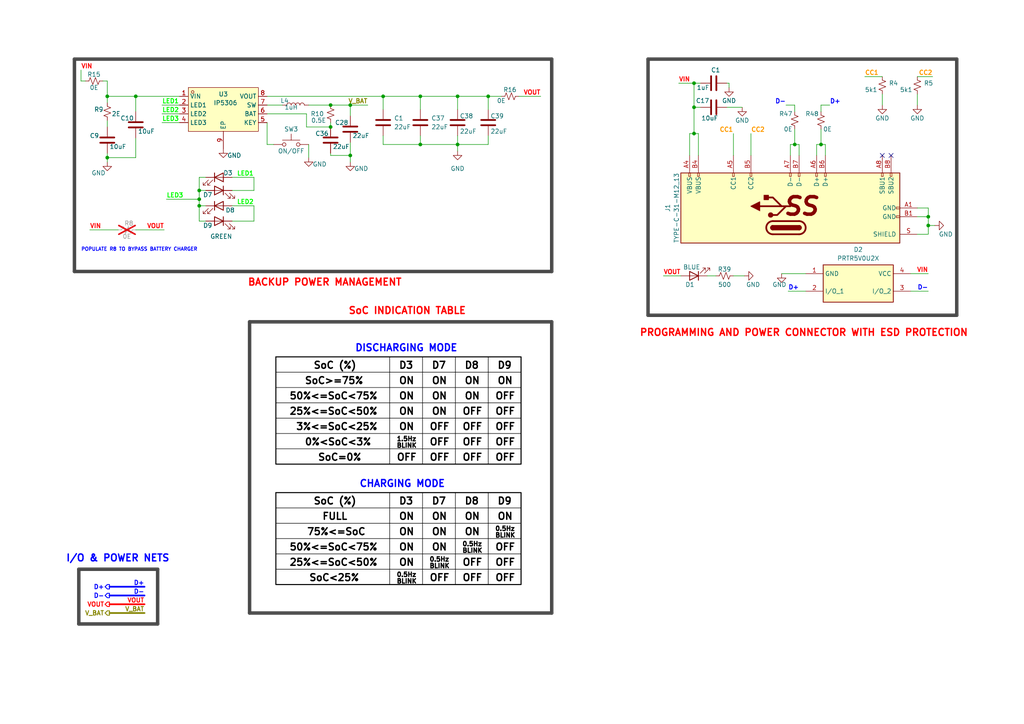
<source format=kicad_sch>
(kicad_sch (version 20230121) (generator eeschema)
  (paper "A4")
  (lib_symbols
    (symbol "ESP32-S3_DB:C" (pin_numbers hide) (pin_names (offset 0.254))
      (property "Reference" "C" (at 0.635 2.54 0))
      (property "Value" "C" (at 0.635 -2.54 0))
      (symbol "C_0_1"
        (polyline (pts (xy -2.032 -0.762) (xy 2.032 -0.762)) (stroke (width 0.508)))
        (polyline (pts (xy -2.032 0.762) (xy 2.032 0.762)) (stroke (width 0.508)))
      )
      (symbol "C_1_1"
        (pin passive line (at 0 3.81 270) (length 2.794) (name "~") (number "1"))
        (pin passive line (at 0 -3.81 90) (length 2.794) (name "~") (number "2"))
      )
    )
    (symbol "ESP32-S3_DB:GND" (power) (pin_names (offset 0))
      (property "Value" "GND" (at 0 -3.81 0))
      (symbol "GND_0_1"
        (polyline (pts (xy 0 0) (xy 0 -1.27) (xy 1.27 -1.27) (xy 0 -2.54) (xy -1.27 -1.27) (xy 0 -1.27)))
      )
      (symbol "GND_1_1"
        (pin power_in line (at 0 0 270) (length 0) hide (name "GND") (number "1"))
      )
    )
    (symbol "ESP32-S3_DB:IP5306"
      (property "Reference" "U" (at 0 12.7 0))
      (property "Value" "IP5306" (at 0 -12.7 0))
      (symbol "IP5306_0_1"
        (rectangle (start -10.16 2.54) (end 10.16 -10.16) (fill (type background)))
        (circle (center -8.89 1.27) (radius 0.38))
        (pin unspecified line (at -12.7 0 0) (length 2.54) (name "VIN") (number "1"))
        (pin unspecified line (at -12.7 -2.54 0) (length 2.54) (name "LED1") (number "2"))
        (pin unspecified line (at -12.7 -5.08 0) (length 2.54) (name "LED2") (number "3"))
        (pin unspecified line (at -12.7 -7.62 0) (length 2.54) (name "LED3") (number "4"))
        (pin unspecified line (at 12.7 -7.62 180) (length 2.54) (name "KEY") (number "5"))
        (pin unspecified line (at 12.7 -5.08 180) (length 2.54) (name "BAT") (number "6"))
        (pin unspecified line (at 12.7 -2.54 180) (length 2.54) (name "SW") (number "7"))
        (pin unspecified line (at 12.7 0 180) (length 2.54) (name "VOUT") (number "8"))
        (pin unspecified line (at 0 -15.24 90) (length 5.08) (name "EP") (number "9"))
      )
    )
    (symbol "ESP32-S3_DB:L" (pin_numbers hide) (pin_names (offset 1.016) hide)
      (property "Reference" "L" (at -1.27 0 90))
      (property "Value" "L" (at 1.905 0 90))
      (symbol "L_0_1"
        (arc (start 0 -2.54) (mid 0.6323 -1.905) (end 0 -1.27))
        (arc (start 0 -1.27) (mid 0.6323 -0.635) (end 0 0))
        (arc (start 0 0) (mid 0.6323 0.635) (end 0 1.27))
        (arc (start 0 1.27) (mid 0.6323 1.905) (end 0 2.54))
      )
      (symbol "L_1_1"
        (pin passive line (at 0 3.81 270) (length 1.27) (name "1") (number "1"))
        (pin passive line (at 0 -3.81 90) (length 1.27) (name "2") (number "2"))
      )
    )
    (symbol "ESP32-S3_DB:LED" (pin_numbers hide) (pin_names (offset 1.016) hide)
      (property "Reference" "D" (at 0 2.54 0))
      (property "Value" "LED" (at 0 -2.54 0))
      (symbol "LED_0_1"
        (polyline (pts (xy -1.27 -1.27) (xy -1.27 1.27)) (stroke (width 0.254)))
        (polyline (pts (xy -1.27 0) (xy 1.27 0)))
        (polyline (pts (xy 1.27 -1.27) (xy 1.27 1.27) (xy -1.27 0) (xy 1.27 -1.27)) (stroke (width 0.254)))
        (polyline (pts (xy -3.048 -0.762) (xy -4.572 -2.286) (xy -3.81 -2.286) (xy -4.572 -2.286) (xy -4.572 -1.524)))
        (polyline (pts (xy -1.778 -0.762) (xy -3.302 -2.286) (xy -2.54 -2.286) (xy -3.302 -2.286) (xy -3.302 -1.524)))
      )
      (symbol "LED_1_1"
        (pin passive line (at -3.81 0 0) (length 2.54) (name "K") (number "1"))
        (pin passive line (at 3.81 0 180) (length 2.54) (name "A") (number "2"))
      )
    )
    (symbol "ESP32-S3_DB:PRTR5V0U2X"
      (property "Reference" "D" (at 14.605 6.985 0))
      (property "Value" "PRTR5V0U2X" (at 9.525 5.08 0))
      (symbol "PRTR5V0U2X_1_1"
        (rectangle (start 5.08 2.54) (end 25.4 -8.255) (stroke (width 0.254)) (fill (type background)))
        (pin passive line (at 0 0 0) (length 5.08) (name "GND") (number "1"))
        (pin passive line (at 0 -5.08 0) (length 5.08) (name "I/O_1") (number "2"))
        (pin passive line (at 30.48 -5.08 180) (length 5.08) (name "I/O_2") (number "3"))
        (pin passive line (at 30.48 0 180) (length 5.08) (name "VCC") (number "4"))
      )
    )
    (symbol "ESP32-S3_DB:R_Small_US" (pin_numbers hide) (pin_names (offset 0.254) hide)
      (property "Reference" "R" (at 0.762 0.508 0))
      (property "Value" "R_Small_US" (at 0.762 -1.016 0))
      (symbol "R_Small_US_1_1"
        (polyline (pts (xy 0 0) (xy 1.016 -0.381) (xy 0 -0.762) (xy -1.016 -1.143) (xy 0 -1.524)))
        (polyline (pts (xy 0 1.524) (xy 1.016 1.143) (xy 0 0.762) (xy -1.016 0.381) (xy 0 0)))
        (pin passive line (at 0 2.54 270) (length 1.016) (name "~") (number "1"))
        (pin passive line (at 0 -2.54 90) (length 1.016) (name "~") (number "2"))
      )
    )
    (symbol "ESP32-S3_DB:SW_Push" (pin_numbers hide) (pin_names (offset 1.016) hide)
      (property "Reference" "SW" (at 1.27 2.54 0))
      (property "Value" "SW_Push" (at 0 -1.524 0))
      (symbol "SW_Push_0_1"
        (circle (center -2.032 0) (radius 0.508))
        (polyline (pts (xy 0 1.27) (xy 0 3.048)))
        (polyline (pts (xy 2.54 1.27) (xy -2.54 1.27)))
        (circle (center 2.032 0) (radius 0.508))
        (pin passive line (at -5.08 0 0) (length 2.54) (name "1") (number "1"))
        (pin passive line (at 5.08 0 180) (length 2.54) (name "2") (number "2"))
      )
    )
    (symbol "ESP32-S3_DB:TYPE_C_CONNECTOR" (pin_names (offset 1.016))
      (property "Reference" "J4" (at 0 36.195 0))
      (property "Value" "TYPE-C-31-M12_13" (at 0 33.655 0))
      (symbol "TYPE_C_CONNECTOR_0_0"
        (rectangle (start -0.254 -31.75) (end 0.254 -30.734))
        (rectangle (start 10.16 -28.956) (end 9.144 -29.464))
        (rectangle (start 10.16 -26.416) (end 9.144 -26.924))
        (rectangle (start 10.16 -9.906) (end 9.144 -10.414))
        (rectangle (start 10.16 -7.366) (end 9.144 -7.874))
        (rectangle (start 10.16 -2.286) (end 9.144 -2.794))
        (rectangle (start 10.16 0.254) (end 9.144 -0.254))
        (rectangle (start 10.16 11.684) (end 9.144 11.176))
        (rectangle (start 10.16 16.764) (end 9.144 16.256))
        (rectangle (start 10.16 29.464) (end 9.144 28.956))
        (text "SS" (at 0.508 -3.175 900) (effects (font (size 5.08 5.08) bold italic)))
      )
      (symbol "TYPE_C_CONNECTOR_0_1"
        (rectangle (start -10.16 31.75) (end 10.16 -31.75) (stroke (width 0.254)) (fill (type background)))
        (arc (start -7.62 -2.54) (mid -5.715 -4.4367) (end -3.81 -2.54) (stroke (width 0.508)))
        (arc (start -6.35 -2.54) (mid -5.715 -3.1723) (end -5.08 -2.54) (stroke (width 0.254)))
        (arc (start -6.35 -2.54) (mid -5.715 -3.1723) (end -5.08 -2.54) (stroke (width 0.254)) (fill (type outline)))
        (rectangle (start -6.35 -2.54) (end -5.08 5.08) (stroke (width 0.254)) (fill (type outline)))
        (arc (start -5.08 5.08) (mid -5.715 5.7123) (end -6.35 5.08) (stroke (width 0.254)))
        (arc (start -5.08 5.08) (mid -5.715 5.7123) (end -6.35 5.08) (stroke (width 0.254)) (fill (type outline)))
        (arc (start -3.81 5.08) (mid -5.715 6.9767) (end -7.62 5.08) (stroke (width 0.508)))
        (circle (center -2.032 5.715) (radius 0.635) (stroke (width 0.254)) (fill (type outline)))
        (polyline (pts (xy -7.62 -2.54) (xy -7.62 5.08)) (stroke (width 0.508)))
        (polyline (pts (xy -3.81 5.08) (xy -3.81 -2.54)) (stroke (width 0.508)))
        (polyline (pts (xy 0.508 0) (xy 0.508 8.89)) (stroke (width 0.508)))
        (polyline (pts (xy 0.508 1.27) (xy -2.032 3.81) (xy -2.032 5.08)) (stroke (width 0.508)))
        (polyline (pts (xy 0.508 2.54) (xy 3.048 5.08) (xy 3.048 6.35)) (stroke (width 0.508)))
        (polyline (pts (xy -0.762 8.89) (xy 0.508 11.43) (xy 1.778 8.89) (xy -0.762 8.89)) (stroke (width 0.254)) (fill (type outline)))
        (rectangle (start 2.413 6.35) (end 3.683 7.62) (stroke (width 0.254)) (fill (type outline)))
      )
      (symbol "TYPE_C_CONNECTOR_1_1"
        (rectangle (start -2.794 -31.75) (end -2.286 -30.734))
        (rectangle (start 10.16 26.924) (end 9.144 26.416))
        (pin power_out line (at 0 -36.83 90) (length 5.08) (name "GND") (number "A1"))
        (pin power_out line (at 15.24 29.21 180) (length 5.08) (name "VBUS") (number "A4"))
        (pin bidirectional line (at 15.24 16.51 180) (length 5.08) (name "CC1") (number "A5"))
        (pin bidirectional line (at 15.24 -7.62 180) (length 5.08) (name "D+") (number "A6"))
        (pin bidirectional line (at 15.24 0 180) (length 5.08) (name "D-") (number "A7"))
        (pin bidirectional line (at 15.24 -26.67 180) (length 5.08) (name "SBU1") (number "A8"))
        (pin power_out line (at -2.54 -36.83 90) (length 5.08) (name "GND") (number "B1"))
        (pin power_out line (at 15.24 26.67 180) (length 5.08) (name "VBUS") (number "B4"))
        (pin bidirectional line (at 15.24 11.43 180) (length 5.08) (name "CC2") (number "B5"))
        (pin bidirectional line (at 15.24 -10.16 180) (length 5.08) (name "D+") (number "B6"))
        (pin bidirectional line (at 15.24 -2.54 180) (length 5.08) (name "D-") (number "B7"))
        (pin bidirectional line (at 15.24 -29.21 180) (length 5.08) (name "SBU2") (number "B8"))
        (pin passive line (at -7.62 -36.83 90) (length 5.08) (name "SHIELD") (number "S"))
      )
    )
  )
  (junction (at 121.92 41.91))
  (junction (at 201.295 31.115))
  (junction (at 57.785 57.785))
  (junction (at 269.24 62.865))
  (junction (at 95.885 30.48))
  (junction (at 31.115 27.94))
  (junction (at 57.785 55.245))
  (junction (at 269.24 65.405))
  (junction (at 95.885 36.83))
  (junction (at 31.115 45.72))
  (junction (at 230.505 41.91))
  (junction (at 238.125 41.91))
  (junction (at 111.125 27.94))
  (junction (at 101.6 45.085))
  (junction (at 57.785 59.69))
  (junction (at 39.37 27.94))
  (junction (at 121.92 27.94))
  (junction (at 201.295 24.13))
  (junction (at 132.715 27.94))
  (junction (at 141.605 27.94))
  (junction (at 201.295 38.735))
  (junction (at 132.715 41.91))
  (junction (at 101.6 30.48))
  (no_connect (at 255.905 45.085))
  (no_connect (at 258.445 45.085))
  (wire (pts (xy 95.885 36.83) (xy 95.885 35.56)))
  (wire (pts (xy 88.9 33.02) (xy 88.9 36.83)))
  (wire (pts (xy 121.92 27.94) (xy 132.715 27.94)))
  (wire (pts (xy 31.115 36.83) (xy 31.115 34.925)))
  (wire (pts (xy 196.85 24.13) (xy 201.295 24.13)))
  (polyline (pts (xy 113.03 103.505) (xy 113.03 134.62)) (stroke (width 0) (color 0 0 0 1)))
  (wire (pts (xy 201.295 38.735) (xy 202.565 38.735)))
  (wire (pts (xy 111.125 39.37) (xy 111.125 41.91)))
  (wire (pts (xy 59.69 51.435) (xy 57.785 51.435)))
  (bus (pts (xy 187.96 91.44) (xy 277.495 91.44)) (stroke (width 1) (color 72 72 72 1)))
  (wire (pts (xy 227.965 30.48) (xy 230.505 30.48)))
  (wire (pts (xy 255.905 30.48) (xy 255.905 27.305)))
  (wire (pts (xy 57.785 57.785) (xy 57.785 59.69)))
  (bus (pts (xy 45.72 165.1) (xy 45.72 180.975)) (stroke (width 1) (color 72 72 72 1)))
  (wire (pts (xy 77.47 27.94) (xy 111.125 27.94)))
  (polyline (pts (xy 80.01 121.285) (xy 151.13 121.285)) (stroke (width 0) (color 0 0 0 1)))
  (wire (pts (xy 57.785 59.69) (xy 59.69 59.69)))
  (bus (pts (xy 160.02 17.145) (xy 160.02 78.74)) (stroke (width 1) (color 72 72 72 1)))
  (bus (pts (xy 277.495 17.145) (xy 277.495 91.44)) (stroke (width 1) (color 72 72 72 1)))
  (wire (pts (xy 217.805 38.735) (xy 217.805 45.085)))
  (wire (pts (xy 203.2 24.13) (xy 201.295 24.13)))
  (wire (pts (xy 95.885 30.48) (xy 89.535 30.48)))
  (wire (pts (xy 132.715 43.815) (xy 132.715 41.91)))
  (wire (pts (xy 111.125 27.94) (xy 111.125 31.75)))
  (wire (pts (xy 81.915 30.48) (xy 77.47 30.48)))
  (wire (pts (xy 197.485 80.01) (xy 192.405 80.01)))
  (wire (pts (xy 141.605 39.37) (xy 141.605 41.91)))
  (wire (pts (xy 67.31 55.245) (xy 73.66 55.245)))
  (wire (pts (xy 240.665 30.48) (xy 238.125 30.48)))
  (wire (pts (xy 57.785 59.69) (xy 57.785 64.135)))
  (wire (pts (xy 200.025 38.735) (xy 201.295 38.735)))
  (wire (pts (xy 23.495 20.32) (xy 23.495 23.495)))
  (wire (pts (xy 31.115 29.845) (xy 31.115 27.94)))
  (wire (pts (xy 266.065 30.48) (xy 266.065 27.305)))
  (bus (pts (xy 160.02 78.74) (xy 21.59 78.74)) (stroke (width 1) (color 72 72 72 1)))
  (wire (pts (xy 31.115 45.72) (xy 39.37 45.72)))
  (polyline (pts (xy 80.01 107.95) (xy 151.13 107.95)) (stroke (width 0) (color 0 0 0 1)))
  (wire (pts (xy 41.91 170.18) (xy 31.75 170.18)) (stroke (width 0.5) (color 0 0 255 1)))
  (polyline (pts (xy 141.605 142.875) (xy 141.605 169.545)) (stroke (width 0) (color 0 0 0 1)))
  (wire (pts (xy 46.99 30.48) (xy 52.07 30.48)))
  (wire (pts (xy 46.99 33.02) (xy 52.07 33.02)))
  (wire (pts (xy 77.47 33.02) (xy 88.9 33.02)))
  (wire (pts (xy 101.6 45.085) (xy 101.6 46.99)))
  (wire (pts (xy 39.37 27.94) (xy 52.07 27.94)))
  (wire (pts (xy 39.37 66.675) (xy 47.625 66.675)))
  (wire (pts (xy 266.065 62.865) (xy 269.24 62.865)))
  (wire (pts (xy 73.66 59.69) (xy 73.66 64.135)))
  (polyline (pts (xy 113.03 142.875) (xy 113.03 169.545)) (stroke (width 0) (color 0 0 0 1)))
  (wire (pts (xy 95.885 44.45) (xy 95.885 45.085)))
  (bus (pts (xy 160.02 93.345) (xy 160.02 177.8)) (stroke (width 1) (color 72 72 72 1)))
  (polyline (pts (xy 80.01 151.765) (xy 151.13 151.765)) (stroke (width 0) (color 0 0 0 1)))
  (polyline (pts (xy 80.01 165.1) (xy 151.13 165.1)) (stroke (width 0) (color 0 0 0 1)))
  (wire (pts (xy 41.91 177.8) (xy 31.75 177.8)) (stroke (width 0.5) (color 132 132 0 1)))
  (polyline (pts (xy 80.01 147.32) (xy 151.13 147.32)) (stroke (width 0) (color 0 0 0 1)))
  (wire (pts (xy 121.92 41.91) (xy 132.715 41.91)))
  (bus (pts (xy 187.96 91.44) (xy 187.96 17.145)) (stroke (width 1) (color 72 72 72 1)))
  (wire (pts (xy 215.265 31.115) (xy 210.82 31.115)))
  (wire (pts (xy 238.125 30.48) (xy 238.125 32.385)))
  (bus (pts (xy 187.96 17.145) (xy 277.495 17.145)) (stroke (width 1) (color 72 72 72 1)))
  (wire (pts (xy 211.455 25.4) (xy 211.455 24.13)))
  (polyline (pts (xy 122.555 103.505) (xy 122.555 134.62)) (stroke (width 0) (color 0 0 0 1)))
  (wire (pts (xy 212.725 38.735) (xy 212.725 45.085)))
  (wire (pts (xy 88.9 36.83) (xy 95.885 36.83)))
  (wire (pts (xy 73.66 51.435) (xy 73.66 55.245)))
  (wire (pts (xy 264.16 84.455) (xy 269.24 84.455)))
  (bus (pts (xy 72.39 177.8) (xy 160.02 177.8)) (stroke (width 1) (color 72 72 72 1)))
  (bus (pts (xy 45.72 180.975) (xy 22.86 180.975)) (stroke (width 1) (color 72 72 72 1)))
  (wire (pts (xy 57.785 64.135) (xy 59.69 64.135)))
  (wire (pts (xy 229.235 41.91) (xy 230.505 41.91)))
  (wire (pts (xy 41.91 175.26) (xy 31.75 175.26)) (stroke (width 0.5) (color 255 0 0 1)))
  (wire (pts (xy 23.495 23.495) (xy 24.765 23.495)))
  (wire (pts (xy 89.535 45.72) (xy 89.535 41.91)))
  (wire (pts (xy 250.825 22.225) (xy 255.905 22.225)))
  (wire (pts (xy 101.6 30.48) (xy 106.68 30.48)))
  (wire (pts (xy 229.235 45.085) (xy 229.235 41.91)))
  (wire (pts (xy 201.295 38.735) (xy 201.295 31.115)))
  (wire (pts (xy 132.715 39.37) (xy 132.715 41.91)))
  (wire (pts (xy 132.715 41.91) (xy 141.605 41.91)))
  (wire (pts (xy 238.125 37.465) (xy 238.125 41.91)))
  (wire (pts (xy 101.6 33.655) (xy 101.6 30.48)))
  (bus (pts (xy 72.39 93.345) (xy 72.39 177.8)) (stroke (width 1) (color 72 72 72 1)))
  (wire (pts (xy 121.92 27.94) (xy 121.92 31.75)))
  (wire (pts (xy 211.455 24.13) (xy 210.82 24.13)))
  (wire (pts (xy 266.065 67.945) (xy 269.24 67.945)))
  (wire (pts (xy 57.785 55.245) (xy 59.69 55.245)))
  (wire (pts (xy 57.785 55.245) (xy 57.785 57.785)))
  (wire (pts (xy 67.31 59.69) (xy 73.66 59.69)))
  (wire (pts (xy 26.035 66.675) (xy 34.29 66.675)))
  (wire (pts (xy 29.845 23.495) (xy 31.115 23.495)))
  (wire (pts (xy 236.855 45.085) (xy 236.855 41.91)))
  (wire (pts (xy 238.125 41.91) (xy 239.395 41.91)))
  (wire (pts (xy 269.24 79.375) (xy 264.16 79.375)))
  (wire (pts (xy 101.6 41.275) (xy 101.6 45.085)))
  (wire (pts (xy 111.125 27.94) (xy 121.92 27.94)))
  (wire (pts (xy 266.065 60.325) (xy 269.24 60.325)))
  (wire (pts (xy 95.885 45.085) (xy 101.6 45.085)))
  (bus (pts (xy 160.02 93.345) (xy 72.39 93.345)) (stroke (width 1) (color 72 72 72 1)))
  (wire (pts (xy 57.785 51.435) (xy 57.785 55.245)))
  (polyline (pts (xy 132.08 103.505) (xy 132.08 134.62)) (stroke (width 0) (color 0 0 0 1)))
  (wire (pts (xy 77.47 41.91) (xy 79.375 41.91)))
  (bus (pts (xy 21.59 17.145) (xy 160.02 17.145)) (stroke (width 1) (color 72 72 72 1)))
  (polyline (pts (xy 80.01 156.21) (xy 151.13 156.21)) (stroke (width 0) (color 0 0 0 1)))
  (wire (pts (xy 203.2 31.115) (xy 201.295 31.115)))
  (wire (pts (xy 201.295 24.13) (xy 201.295 31.115)))
  (wire (pts (xy 207.645 80.01) (xy 205.105 80.01)))
  (wire (pts (xy 269.24 65.405) (xy 271.145 65.405)))
  (wire (pts (xy 215.9 80.01) (xy 212.725 80.01)))
  (wire (pts (xy 77.47 35.56) (xy 77.47 41.91)))
  (polyline (pts (xy 80.01 160.655) (xy 151.13 160.655)) (stroke (width 0) (color 0 0 0 1)))
  (bus (pts (xy 22.86 165.1) (xy 45.72 165.1)) (stroke (width 1) (color 72 72 72 1)))
  (polyline (pts (xy 80.01 130.175) (xy 151.13 130.175)) (stroke (width 0) (color 0 0 0 1)))
  (polyline (pts (xy 80.01 125.73) (xy 151.13 125.73)) (stroke (width 0) (color 0 0 0 1)))
  (wire (pts (xy 230.505 37.465) (xy 230.505 41.91)))
  (wire (pts (xy 31.115 45.72) (xy 31.115 44.45)))
  (wire (pts (xy 270.51 22.225) (xy 266.065 22.225)))
  (polyline (pts (xy 122.555 142.875) (xy 122.555 169.545)) (stroke (width 0) (color 0 0 0 1)))
  (wire (pts (xy 230.505 41.91) (xy 231.775 41.91)))
  (wire (pts (xy 150.495 27.94) (xy 156.845 27.94)))
  (wire (pts (xy 228.6 84.455) (xy 233.68 84.455)))
  (wire (pts (xy 239.395 41.91) (xy 239.395 45.085)))
  (wire (pts (xy 41.91 172.72) (xy 31.75 172.72)) (stroke (width 0.5) (color 0 0 255 1)))
  (wire (pts (xy 269.24 60.325) (xy 269.24 62.865)))
  (wire (pts (xy 226.695 79.375) (xy 233.68 79.375)))
  (wire (pts (xy 132.715 27.94) (xy 132.715 31.75)))
  (wire (pts (xy 46.99 35.56) (xy 52.07 35.56)))
  (polyline (pts (xy 132.08 142.875) (xy 132.08 169.545)) (stroke (width 0) (color 0 0 0 1)))
  (wire (pts (xy 269.24 67.945) (xy 269.24 65.405)))
  (polyline (pts (xy 141.605 103.505) (xy 141.605 134.62)) (stroke (width 0) (color 0 0 0 1)))
  (wire (pts (xy 39.37 45.72) (xy 39.37 40.005)))
  (wire (pts (xy 121.92 39.37) (xy 121.92 41.91)))
  (bus (pts (xy 21.59 17.145) (xy 21.59 78.74)) (stroke (width 1) (color 72 72 72 1)))
  (wire (pts (xy 111.125 41.91) (xy 121.92 41.91)))
  (wire (pts (xy 236.855 41.91) (xy 238.125 41.91)))
  (polyline (pts (xy 80.01 116.84) (xy 151.13 116.84)) (stroke (width 0) (color 0 0 0 1)))
  (wire (pts (xy 48.26 57.785) (xy 57.785 57.785)))
  (wire (pts (xy 101.6 30.48) (xy 95.885 30.48)))
  (wire (pts (xy 141.605 27.94) (xy 141.605 31.75)))
  (wire (pts (xy 73.66 64.135) (xy 67.31 64.135)))
  (wire (pts (xy 202.565 38.735) (xy 202.565 45.085)))
  (polyline (pts (xy 80.01 112.395) (xy 151.13 112.395)) (stroke (width 0) (color 0 0 0 1)))
  (wire (pts (xy 132.715 27.94) (xy 141.605 27.94)))
  (wire (pts (xy 200.025 45.085) (xy 200.025 38.735)))
  (wire (pts (xy 73.66 51.435) (xy 67.31 51.435)))
  (wire (pts (xy 141.605 27.94) (xy 145.415 27.94)))
  (wire (pts (xy 31.115 27.94) (xy 39.37 27.94)))
  (wire (pts (xy 31.115 23.495) (xy 31.115 27.94)))
  (wire (pts (xy 31.115 46.99) (xy 31.115 45.72)))
  (bus (pts (xy 22.86 165.1) (xy 22.86 180.975)) (stroke (width 1) (color 72 72 72 1)))
  (wire (pts (xy 39.37 32.385) (xy 39.37 27.94)))
  (wire (pts (xy 231.775 41.91) (xy 231.775 45.085)))
  (wire (pts (xy 269.24 62.865) (xy 269.24 65.405)))
  (wire (pts (xy 230.505 30.48) (xy 230.505 32.385)))
  (rectangle (start 80.01 103.505) (end 151.13 134.62) (stroke (width 0.3) (color 0 0 0 1)))
  (rectangle (start 80.01 142.875) (end 151.13 169.545) (stroke (width 0.3) (color 0 0 0 1)))
  (text "PROGRAMMING AND POWER CONNECTOR WITH ESD PROTECTION" (at 185.42 97.79 0) (effects (font (size 2 2) bold) (justify left bottom)))
  (text "ON" (at 125.095 111.76 0) (effects (font (size 2 2) (thickness 0.4) bold) (justify left bottom)))
  (text "0%<SoC<3%" (at 88.265 129.54 0) (effects (font (size 2 2) (thickness 0.4) bold) (justify left bottom)))
  (text "D9" (at 144.145 146.685 0) (effects (font (size 2 2) (thickness 0.4) bold) (justify left bottom)))
  (text "BLINK" (at 143.51 156.21 0) (effects (font (size 1.3 1.3) (thickness 0.4) bold) (justify left bottom)))
  (text "D3" (at 115.57 146.685 0) (effects (font (size 2 2) (thickness 0.4) bold) (justify left bottom)))
  (text "1.5Hz" (at 114.935 128.27 0) (effects (font (size 1.3 1.3) (thickness 0.4) bold) (justify left bottom)))
  (text "ON" (at 144.145 151.13 0) (effects (font (size 2 2) (thickness 0.4) bold) (justify left bottom)))
  (text "OFF" (at 114.935 133.985 0) (effects (font (size 2 2) (thickness 0.4) bold) (justify left bottom)))
  (text "ON" (at 115.57 116.205 0) (effects (font (size 2 2) (thickness 0.4) bold) (justify left bottom)))
  (text "D9" (at 144.145 107.315 0) (effects (font (size 2 2) (thickness 0.4) bold) (justify left bottom)))
  (text "OFF" (at 124.46 125.095 0) (effects (font (size 2 2) (thickness 0.4) bold) (justify left bottom)))
  (text "ON" (at 134.62 155.575 0) (effects (font (size 2 2) (thickness 0.4) bold) (justify left bottom)))
  (text "SoC=0%" (at 92.075 133.985 0) (effects (font (size 2 2) (thickness 0.4) bold) (justify left bottom)))
  (text "ON" (at 134.62 116.205 0) (effects (font (size 2 2) (thickness 0.4) bold) (justify left bottom)))
  (text "BLINK" (at 133.985 160.655 0) (effects (font (size 1.3 1.3) (thickness 0.4) bold) (justify left bottom)))
  (text "OFF" (at 133.985 168.91 0) (effects (font (size 2 2) (thickness 0.4) bold) (justify left bottom)))
  (text "0.5Hz" (at 143.51 154.305 0) (effects (font (size 1.3 1.3) (thickness 0.4) bold) (justify left bottom)))
  (text "ON" (at 115.57 111.76 0) (effects (font (size 2 2) (thickness 0.4) bold) (justify left bottom)))
  (text "ON" (at 125.095 151.13 0) (effects (font (size 2 2) (thickness 0.4) bold) (justify left bottom)))
  (text "ON" (at 115.57 125.095 0) (effects (font (size 2 2) (thickness 0.4) bold) (justify left bottom)))
  (text "0.5Hz" (at 124.46 163.195 0) (effects (font (size 1.3 1.3) (thickness 0.4) bold) (justify left bottom)))
  (text "OFF" (at 143.51 133.985 0) (effects (font (size 2 2) (thickness 0.4) bold) (justify left bottom)))
  (text "75%<=SoC" (at 88.9 155.575 0) (effects (font (size 2 2) (thickness 0.4) bold) (justify left bottom)))
  (text "D7" (at 125.095 107.315 0) (effects (font (size 2 2) (thickness 0.4) bold) (justify left bottom)))
  (text "ON" (at 115.57 120.65 0) (effects (font (size 2 2) (thickness 0.4) bold) (justify left bottom)))
  (text "OFF" (at 143.51 160.02 0) (effects (font (size 2 2) (thickness 0.4) bold) (justify left bottom)))
  (text "ON" (at 115.57 151.13 0) (effects (font (size 2 2) (thickness 0.4) bold) (justify left bottom)))
  (text "0.5Hz" (at 133.985 158.75 0) (effects (font (size 1.3 1.3) (thickness 0.4) bold) (justify left bottom)))
  (text "BLINK" (at 114.935 130.175 0) (effects (font (size 1.3 1.3) (thickness 0.4) bold) (justify left bottom)))
  (text "BACKUP POWER MANAGEMENT" (at 71.755 83.185 0) (effects (font (size 2 2) bold) (justify left bottom)))
  (text "OFF" (at 143.51 125.095 0) (effects (font (size 2 2) (thickness 0.4) bold) (justify left bottom)))
  (text "OFF" (at 143.51 164.465 0) (effects (font (size 2 2) (thickness 0.4) bold) (justify left bottom)))
  (text "D3" (at 115.57 107.315 0) (effects (font (size 2 2) (thickness 0.4) bold) (justify left bottom)))
  (text "3%<=SoC<25%" (at 85.725 125.095 0) (effects (font (size 2 2) (thickness 0.4) bold) (justify left bottom)))
  (text "OFF" (at 143.51 120.65 0) (effects (font (size 2 2) (thickness 0.4) bold) (justify left bottom)))
  (text "OFF" (at 133.985 133.985 0) (effects (font (size 2 2) (thickness 0.4) bold) (justify left bottom)))
  (text "OFF" (at 143.51 129.54 0) (effects (font (size 2 2) (thickness 0.4) bold) (justify left bottom)))
  (text "ON" (at 115.57 155.575 0) (effects (font (size 2 2) (thickness 0.4) bold) (justify left bottom)))
  (text "25%<=SoC<50%" (at 83.82 120.65 0) (effects (font (size 2 2) (thickness 0.4) bold) (justify left bottom)))
  (text "OFF" (at 124.46 133.985 0) (effects (font (size 2 2) (thickness 0.4) bold) (justify left bottom)))
  (text "ON" (at 125.095 155.575 0) (effects (font (size 2 2) (thickness 0.4) bold) (justify left bottom)))
  (text "FULL" (at 93.345 151.13 0) (effects (font (size 2 2) (thickness 0.4) bold) (justify left bottom)))
  (text "50%<=SoC<75%" (at 83.82 160.02 0) (effects (font (size 2 2) (thickness 0.4) bold) (justify left bottom)))
  (text "D8" (at 134.62 146.685 0) (effects (font (size 2 2) (thickness 0.4) bold) (justify left bottom)))
  (text "POPULATE R8 TO BYPASS BATTERY CHARGER" (at 23.495 73.025 0) (effects (font (size 1 1) bold) (justify left bottom)))
  (text "OFF" (at 124.46 129.54 0) (effects (font (size 2 2) (thickness 0.4) bold) (justify left bottom)))
  (text "BLINK" (at 124.46 165.1 0) (effects (font (size 1.3 1.3) (thickness 0.4) bold) (justify left bottom)))
  (text "ON" (at 134.62 151.13 0) (effects (font (size 2 2) (thickness 0.4) bold) (justify left bottom)))
  (text "ON" (at 144.145 111.76 0) (effects (font (size 2 2) (thickness 0.4) bold) (justify left bottom)))
  (text "ON" (at 115.57 164.465 0) (effects (font (size 2 2) (thickness 0.4) bold) (justify left bottom)))
  (text "CHARGING MODE" (at 104.14 141.605 0) (effects (font (size 2 2) bold) (justify left bottom)))
  (text "SoC (%)" (at 90.805 107.315 0) (effects (font (size 2 2) (thickness 0.4) bold) (justify left bottom)))
  (text "OFF" (at 133.985 129.54 0) (effects (font (size 2 2) (thickness 0.4) bold) (justify left bottom)))
  (text "OFF" (at 133.985 125.095 0) (effects (font (size 2 2) (thickness 0.4) bold) (justify left bottom)))
  (text "ON" (at 125.095 120.65 0) (effects (font (size 2 2) (thickness 0.4) bold) (justify left bottom)))
  (text "BLINK" (at 114.935 169.545 0) (effects (font (size 1.3 1.3) (thickness 0.4) bold) (justify left bottom)))
  (text "ON" (at 134.62 111.76 0) (effects (font (size 2 2) (thickness 0.4) bold) (justify left bottom)))
  (text "SoC (%)" (at 90.805 146.685 0) (effects (font (size 2 2) (thickness 0.4) bold) (justify left bottom)))
  (text "ON" (at 115.57 160.02 0) (effects (font (size 2 2) (thickness 0.4) bold) (justify left bottom)))
  (text "OFF" (at 124.46 168.91 0) (effects (font (size 2 2) (thickness 0.4) bold) (justify left bottom)))
  (text "SoC<25%" (at 89.535 168.91 0) (effects (font (size 2 2) (thickness 0.4) bold) (justify left bottom)))
  (text "ON" (at 125.095 116.205 0) (effects (font (size 2 2) (thickness 0.4) bold) (justify left bottom)))
  (text "SoC>=75%" (at 88.265 111.76 0) (effects (font (size 2 2) (thickness 0.4) bold) (justify left bottom)))
  (text "OFF" (at 133.985 120.65 0) (effects (font (size 2 2) (thickness 0.4) bold) (justify left bottom)))
  (text "I/O & POWER NETS" (at 19.05 163.195 0) (effects (font (size 2 2) bold) (justify left bottom)))
  (text "ON" (at 125.095 160.02 0) (effects (font (size 2 2) (thickness 0.4) bold) (justify left bottom)))
  (text "SoC INDICATION TABLE" (at 100.965 91.44 0) (effects (font (size 2 2) bold) (justify left bottom)))
  (text "OFF" (at 133.985 164.465 0) (effects (font (size 2 2) (thickness 0.4) bold) (justify left bottom)))
  (text "DISCHARGING MODE" (at 102.87 102.235 0) (effects (font (size 2 2) bold) (justify left bottom)))
  (text "0.5Hz" (at 114.935 167.64 0) (effects (font (size 1.3 1.3) (thickness 0.4) bold) (justify left bottom)))
  (text "OFF" (at 143.51 116.205 0) (effects (font (size 2 2) (thickness 0.4) bold) (justify left bottom)))
  (text "D8" (at 134.62 107.315 0) (effects (font (size 2 2) (thickness 0.4) bold) (justify left bottom)))
  (text "D7" (at 125.095 146.685 0) (effects (font (size 2 2) (thickness 0.4) bold) (justify left bottom)))
  (text "25%<=SoC<50%" (at 83.82 164.465 0) (effects (font (size 2 2) (thickness 0.4) bold) (justify left bottom)))
  (text "50%<=SoC<75%" (at 83.82 116.205 0) (effects (font (size 2 2) (thickness 0.4) bold) (justify left bottom)))
  (text "OFF" (at 143.51 168.91 0) (effects (font (size 2 2) (thickness 0.4) bold) (justify left bottom)))
  (label "LED3" (at 46.99 35.56 0) (effects (font bold)))
  (label "VOUT" (at 47.625 66.675 180) (effects (font bold)))
  (label "LED1" (at 46.99 30.48 0) (effects (font bold)))
  (label "LED3" (at 48.26 57.785 0) (effects (font bold)))
  (label "D-" (at 269.24 84.455 180) (effects (font (thickness 0.254) bold)))
  (label "V_BAT" (at 41.91 177.8 180) (effects (font bold)))
  (label "VOUT" (at 192.405 80.01 0) (effects (font bold)))
  (label "VIN" (at 269.24 79.375 180) (effects (font (thickness 0.254) bold)))
  (label "VIN" (at 26.035 66.675 0) (effects (font (thickness 0.254) bold)))
  (label "D+" (at 228.6 84.455 0) (effects (font (thickness 0.254) bold)))
  (label "VOUT" (at 156.845 27.94 180) (effects (font bold)))
  (label "VIN" (at 23.495 20.32 0) (effects (font (thickness 0.254) bold)))
  (label "D+" (at 41.91 170.18 180) (effects (font (thickness 0.254) bold)))
  (label "CC1" (at 250.825 22.225 0) (effects (font (thickness 0.254) bold)))
  (label "D-" (at 227.965 30.48 180) (effects (font (thickness 0.254) bold)))
  (label "VOUT" (at 41.91 175.26 180) (effects (font (thickness 0.254) bold)))
  (label "LED2" (at 73.66 59.69 180) (effects (font bold)))
  (label "CC1" (at 212.725 38.735 180) (effects (font (thickness 0.254) bold)))
  (label "CC2" (at 217.805 38.735 0) (effects (font (thickness 0.254) bold)))
  (label "VIN" (at 196.85 24.13 0) (effects (font (thickness 0.254) bold)))
  (label "D-" (at 41.91 172.72 180) (effects (font (thickness 0.254) bold)))
  (label "V_BAT" (at 106.68 30.48 180) (effects (font bold)))
  (label "D+" (at 240.665 30.48 0) (effects (font (thickness 0.254) bold)))
  (label "LED2" (at 46.99 33.02 0) (effects (font bold)))
  (label "CC2" (at 270.51 22.225 180) (effects (font (thickness 0.254) bold)))
  (label "LED1" (at 73.66 51.435 180) (effects (font bold)))
  (hierarchical_label "D+" (shape output) (at 31.75 170.18 180) (effects (font (thickness 0.254) bold)))
  (hierarchical_label "V_BAT" (shape output) (at 31.75 177.8 180) (effects (font bold)))
  (hierarchical_label "VOUT" (shape output) (at 31.75 175.26 180) (effects (font (thickness 0.254) bold)))
  (hierarchical_label "D-" (shape output) (at 31.75 172.72 180) (effects (font (thickness 0.254) bold)))
  (symbol (lib_id "ESP32-S3_DB:C") (at 207.01 24.13 90) (unit 1)
    (property "Reference" "C1" (at 208.915 20.32 90) (effects (justify left)))
    (property "Value" "1uF" (at 205.74 25.4 90) (effects (justify left)))
    (property "Footprint" "ESP32-S3_Dev_Board:C_0603_1608Metric" (effects hide))
    (property "PN" "CC0603KRX5R8BB105" (effects hide))
    (instances (project "ESP32-S3_DB" (path "" (reference "C1") (unit 1)) (path "" (reference "C41") (unit 1))))
  )
  (symbol (lib_id "ESP32-S3_DB:R_Small_US") (at 147.955 27.94 90) (unit 1)
    (property "Reference" "R16" (at 149.86 26.035 90) (effects (justify left)))
    (property "Value" "0E" (at 146.685 29.21 90) (effects (justify left)))
    (property "Footprint" "ESP32-S3_Dev_Board:R_0603_1608Metric" (effects hide))
    (property "PN" "RC0603JR-070RL" (effects hide))
  )
  (symbol (lib_id "ESP32-S3_DB:GND") (at 215.265 31.115 0) (unit 1)
    (property "Reference" "#PWR067" (effects hide))
    (property "Value" "GND" (at 215.265 34.925 0))
  )
  (symbol (lib_id "ESP32-S3_DB:LED") (at 63.5 51.435 0) (unit 1)
    (property "Reference" "D3" (at 64.77 50.165 0) (effects (justify left)))
    (property "Value" "GREEN" (at 60.96 68.58 0) (effects (justify left)))
    (property "Footprint" "ESP32-S3_Dev_Board:LED_0603_1608Metric" (effects hide))
    (property "PN" "NCD0603C1" (effects hide))
  )
  (symbol (lib_id "ESP32-S3_DB:PRTR5V0U2X") (at 233.68 79.375 0) (unit 1)
    (property "Reference" "D2" (at 248.92 72.39 0))
    (property "Value" "PRTR5V0U2X" (at 248.92 74.93 0))
    (property "Footprint" "ESP32-S3_Dev_Board:SOT-143" (effects hide))
    (property "Datasheet" "https://assets.nexperia.com/documents/data-sheet/PRTR5V0U2X.pdf" (effects hide))
    (property "Height" "1.1" (effects hide))
    (property "Manufacturer_Name" "Nexperia" (effects hide))
    (property "Manufacturer_Part_Number" "PRTR5V0U2X" (effects hide))
    (property "Mouser Part Number" "N/A" (effects hide))
    (property "Mouser Price/Stock" "https://www.mouser.co.uk/ProductDetail/Nexperia/PRTR5V0U2X?qs=vHuUswq2%252BsxqVTVM0kNyWw%3D%3D" (effects hide))
    (property "PN" "PRTR5V0U2X" (effects hide))
  )
  (symbol (lib_id "ESP32-S3_DB:C") (at 31.115 40.64 0) (unit 1)
    (property "Reference" "C9" (at 26.035 39.37 0) (effects (justify left)))
    (property "Value" "10uF" (at 31.75 42.545 0) (effects (justify left)))
    (property "Footprint" "ESP32-S3_Dev_Board:C_0805_2012Metric" (effects hide))
    (property "PN" "CL21A106KAYNNNE" (effects hide))
  )
  (symbol (lib_id "ESP32-S3_DB:GND") (at 271.145 65.405 90) (unit 1)
    (property "Reference" "#PWR022" (effects hide))
    (property "Value" "GND" (at 274.32 67.945 90))
  )
  (symbol (lib_id "ESP32-S3_DB:R_Small_US") (at 210.185 80.01 90) (unit 1)
    (property "Reference" "R39" (at 212.09 78.105 90) (effects (justify left)))
    (property "Value" "500" (at 212.09 82.55 90) (effects (justify left)))
    (property "Footprint" "ESP32-S3_Dev_Board:R_0402_1005Metric" (effects hide))
    (property "PN" "RC0402FR-07499RL" (effects hide))
  )
  (symbol (lib_id "ESP32-S3_DB:GND") (at 89.535 45.72 0) (unit 1)
    (property "Reference" "#PWR053" (effects hide))
    (property "Value" "GND" (at 92.71 47.625 0))
  )
  (symbol (lib_id "ESP32-S3_DB:C") (at 207.01 31.115 90) (unit 1)
    (property "Reference" "C17" (at 205.74 29.21 90) (effects (justify left)))
    (property "Value" "10uF" (at 208.28 34.29 90) (effects (justify left)))
    (property "Footprint" "ESP32-S3_Dev_Board:C_0805_2012Metric" (effects hide))
    (property "PN" "CL21A106KAYNNNE" (effects hide))
    (instances (project "ESP32-S3_DB" (path "" (reference "C17") (unit 1)) (path "" (reference "C40") (unit 1))))
  )
  (symbol (lib_id "ESP32-S3_DB:LED") (at 201.295 80.01 180) (unit 1)
    (property "Reference" "D1" (at 198.755 82.55 0) (effects (justify right)))
    (property "Value" "BLUE" (at 198.12 77.47 0) (effects (justify right)))
    (property "Footprint" "ESP32-S3_Dev_Board:LED_0603_1608Metric" (effects hide))
    (property "PN" "NCD0603B1" (effects hide))
  )
  (symbol (lib_id "ESP32-S3_DB:GND") (at 215.9 80.01 90) (unit 1)
    (property "Reference" "#PWR025" (effects hide))
    (property "Value" "GND" (at 218.44 82.55 90))
  )
  (symbol (lib_id "ESP32-S3_DB:IP5306") (at 64.77 27.94 0) (unit 1)
    (property "Reference" "U3" (at 64.77 27.305 0))
    (property "Value" "IP5306" (at 65.405 29.845 0))
    (property "Footprint" "ESP32-S3_Dev_Board:ESOP-8" (effects hide))
    (property "Datasheet" "https://lcsc.com/product-detail/PMIC-Battery-Management_IP5306_C181692.html" (effects hide))
    (property "LCSC Part" "C181692" (effects hide))
    (property "PN" "IP5306" (effects hide))
  )
  (symbol (lib_id "ESP32-S3_DB:C") (at 101.6 37.465 0) (unit 1)
    (property "Reference" "C28" (at 97.155 35.56 0) (effects (justify left)))
    (property "Value" "22uF" (at 102.235 39.37 0) (effects (justify left)))
    (property "Footprint" "ESP32-S3_Dev_Board:C_0603_1608Metric" (effects hide))
    (property "PN" "CL10A226MO7JZNC" (effects hide))
  )
  (symbol (lib_id "ESP32-S3_DB:C") (at 95.885 40.64 0) (unit 1)
    (property "Reference" "C36" (at 91.44 38.735 0) (effects (justify left)))
    (property "Value" "22uF" (at 96.52 42.545 0) (effects (justify left)))
    (property "Footprint" "ESP32-S3_Dev_Board:C_0603_1608Metric" (effects hide))
    (property "PN" "CL10A226MO7JZNC" (effects hide))
  )
  (symbol (lib_id "ESP32-S3_DB:LED") (at 63.5 55.245 0) (mirror y) (unit 1)
    (property "Reference" "D7" (at 61.595 56.515 0) (effects (justify left)))
    (property "Value" "GREEN" (effects hide))
    (property "Footprint" "ESP32-S3_Dev_Board:LED_0603_1608Metric" (effects hide))
    (property "PN" "NCD0603C1" (effects hide))
  )
  (symbol (lib_id "ESP32-S3_DB:C") (at 132.715 35.56 0) (unit 1)
    (property "Reference" "C38" (at 133.35 33.655 0) (effects (justify left)))
    (property "Value" "22uF" (at 133.35 38.1 0) (effects (justify left)))
    (property "Footprint" "ESP32-S3_Dev_Board:C_1206_3216Metric" (effects hide))
    (property "PN" "CL31A226KAHNNNE" (effects hide))
  )
  (symbol (lib_id "ESP32-S3_DB:R_Small_US") (at 95.885 33.02 180) (unit 1)
    (property "Reference" "R10" (at 93.98 33.02 0) (effects (justify left)))
    (property "Value" "0.5E" (at 94.615 34.925 0) (effects (justify left)))
    (property "Footprint" "ESP32-S3_Dev_Board:R_0402_1005Metric" (effects hide))
    (property "PN" "CSR0402FKR500" (effects hide))
  )
  (symbol (lib_id "ESP32-S3_DB:SW_Push") (at 84.455 41.91 0) (unit 1)
    (property "Reference" "SW3" (at 84.455 37.465 0))
    (property "Value" "ON/OFF" (at 84.455 43.815 0))
    (property "Footprint" "ESP32-S3_Dev_Board:KEY-SMD_4P-L5.2-W5.2-P3.70-LS6.4" (effects hide))
    (property "PN" "K2-1187SQ-A4SW-06" (effects hide))
  )
  (symbol (lib_id "ESP32-S3_DB:GND") (at 226.695 79.375 0) (unit 1)
    (property "Reference" "#PWR027" (effects hide))
    (property "Value" "GND" (at 226.06 82.55 0))
  )
  (symbol (lib_id "ESP32-S3_DB:C") (at 39.37 36.195 0) (unit 1)
    (property "Reference" "C10" (at 34.925 34.29 0) (effects (justify left)))
    (property "Value" "10uF" (at 40.005 38.1 0) (effects (justify left)))
    (property "Footprint" "ESP32-S3_Dev_Board:C_0805_2012Metric" (effects hide))
    (property "PN" "CL21A106KAYNNNE" (effects hide))
  )
  (symbol (lib_id "ESP32-S3_DB:R_Small_US") (at 255.905 24.765 0) (unit 1)
    (property "Reference" "R4" (at 257.81 24.13 0) (effects (justify left)))
    (property "Value" "5k1" (at 250.825 26.035 0) (effects (justify left)))
    (property "Footprint" "ESP32-S3_Dev_Board:R_0402_1005Metric" (effects hide))
    (property "PN" "RC0402FR-075K1L" (effects hide))
  )
  (symbol (lib_id "ESP32-S3_DB:GND") (at 255.905 30.48 0) (unit 1)
    (property "Reference" "#PWR023" (effects hide))
    (property "Value" "GND" (at 255.905 34.29 0))
  )
  (symbol (lib_id "ESP32-S3_DB:R_Small_US") (at 266.065 24.765 0) (unit 1)
    (property "Reference" "R5" (at 267.97 24.13 0) (effects (justify left)))
    (property "Value" "5k1" (at 260.985 26.035 0) (effects (justify left)))
    (property "Footprint" "ESP32-S3_Dev_Board:R_0402_1005Metric" (effects hide))
    (property "PN" "RC0402FR-075K1L" (effects hide))
  )
  (symbol (lib_id "ESP32-S3_DB:R_Small_US") (at 238.125 34.925 180) (unit 1)
    (property "Reference" "R48" (at 237.49 33.02 0) (effects (justify left)))
    (property "Value" "0E" (at 241.3 37.465 0) (effects (justify left)))
    (property "Footprint" "ESP32-S3_Dev_Board:R_0603_1608Metric" (effects hide))
    (property "PN" "RC0603JR-070RL" (effects hide))
  )
  (symbol (lib_id "ESP32-S3_DB:LED") (at 63.5 64.135 0) (mirror y) (unit 1)
    (property "Reference" "D9" (at 61.595 65.405 0) (effects (justify left)))
    (property "Value" "GREEN" (effects hide))
    (property "Footprint" "ESP32-S3_Dev_Board:LED_0603_1608Metric" (effects hide))
    (property "PN" "NCD0603C1" (effects hide))
  )
  (symbol (lib_id "ESP32-S3_DB:R_Small_US") (at 36.83 66.675 90) (unit 1) (in_bom no) (dnp yes)
    (property "Reference" "R8" (at 38.735 64.77 90) (effects (justify left)))
    (property "Value" "0E" (at 38.1 68.58 90) (effects (justify left)))
    (property "Footprint" "ESP32-S3_Dev_Board:R_0603_1608Metric" (effects hide))
    (property "PN" "RC0603JR-070RL" (effects hide))
  )
  (symbol (lib_id "ESP32-S3_DB:C") (at 111.125 35.56 0) (unit 1)
    (property "Reference" "C1" (at 114.3 34.29 0) (effects (justify left)))
    (property "Value" "22uF" (at 114.3 36.83 0) (effects (justify left)))
    (property "Footprint" "ESP32-S3_Dev_Board:C_1206_3216Metric" (effects hide))
    (property "PN" "CL31A226KAHNNNE" (effects hide))
  )
  (symbol (lib_id "ESP32-S3_DB:L") (at 85.725 30.48 90) (unit 1)
    (property "Reference" "L4" (at 82.55 29.21 90))
    (property "Value" "1uH" (at 84.455 31.115 90))
    (property "Footprint" "ESP32-S3_Dev_Board:L_0603_1608Metric" (effects hide))
    (property "PN" "LQM18PN1R0MFHD" (effects hide))
  )
  (symbol (lib_id "ESP32-S3_DB:GND") (at 266.065 30.48 0) (unit 1)
    (property "Reference" "#PWR024" (effects hide))
    (property "Value" "GND" (at 266.065 34.29 0))
  )
  (symbol (lib_id "ESP32-S3_DB:LED") (at 63.5 59.69 0) (unit 1)
    (property "Reference" "D8" (at 65.405 60.96 0) (effects (justify left)))
    (property "Value" "GREEN" (effects hide))
    (property "Footprint" "ESP32-S3_Dev_Board:LED_0603_1608Metric" (effects hide))
    (property "PN" "NCD0603C1" (effects hide))
  )
  (symbol (lib_id "ESP32-S3_DB:TYPE_C_CONNECTOR") (at 229.235 60.325 90) (unit 1)
    (property "Reference" "J1" (at 193.675 60.325 0))
    (property "Value" "TYPE-C-31-M12_13" (at 196.215 60.325 0))
    (property "Footprint" "ESP32-S3_Dev_Board:tyye_c_connector" (effects hide))
    (property "Datasheet" "https://datasheet.lcsc.com/lcsc/2205251630_Korean-Hroparts-Elec-TYPE-C-31-M-12_C165948.pdf" (effects hide))
    (property "PN" "TYPE-C-31-M-12" (effects hide))
    (property "LCSC Part Number" "C165948" (effects hide))
    (property "LCSC link" "https://www.lcsc.com/product-detail/USB-Connectors_Korean-Hroparts-Elec-TYPE-C-31-M-12_C165948.html" (effects hide))
  )
  (symbol (lib_id "ESP32-S3_DB:R_Small_US") (at 27.305 23.495 90) (unit 1)
    (property "Reference" "R15" (at 29.21 21.59 90) (effects (justify left)))
    (property "Value" "0E" (at 28.575 25.4 90) (effects (justify left)))
    (property "Footprint" "ESP32-S3_Dev_Board:R_0603_1608Metric" (effects hide))
    (property "PN" "RC0603JR-070RL" (effects hide))
  )
  (symbol (lib_id "ESP32-S3_DB:GND") (at 101.6 46.99 0) (unit 1)
    (property "Reference" "#PWR051" (effects hide))
    (property "Value" "GND" (at 104.775 48.895 0))
  )
  (symbol (lib_id "ESP32-S3_DB:GND") (at 211.455 25.4 0) (unit 1)
    (property "Reference" "#PWR068" (effects hide))
    (property "Value" "GND" (at 211.455 29.21 0))
  )
  (symbol (lib_id "ESP32-S3_DB:GND") (at 64.77 43.18 0) (unit 1)
    (property "Reference" "#PWR052" (effects hide))
    (property "Value" "GND" (at 67.945 45.085 0))
  )
  (symbol (lib_id "ESP32-S3_DB:GND") (at 132.715 43.815 0) (unit 1)
    (property "Reference" "#PWR020" (effects hide))
    (property "Value" "GND" (at 132.715 48.895 0))
  )
  (symbol (lib_id "ESP32-S3_DB:R_Small_US") (at 230.505 34.925 180) (unit 1)
    (property "Reference" "R47" (at 229.87 33.02 0) (effects (justify left)))
    (property "Value" "0E" (at 229.87 37.465 0) (effects (justify left)))
    (property "Footprint" "ESP32-S3_Dev_Board:R_0603_1608Metric" (effects hide))
    (property "PN" "RC0603JR-070RL" (effects hide))
  )
  (symbol (lib_id "ESP32-S3_DB:C") (at 141.605 35.56 0) (unit 1)
    (property "Reference" "C39" (at 142.24 33.655 0) (effects (justify left)))
    (property "Value" "22uF" (at 142.24 38.1 0) (effects (justify left)))
    (property "Footprint" "ESP32-S3_Dev_Board:C_1206_3216Metric" (effects hide))
    (property "PN" "CL31A226KAHNNNE" (effects hide))
  )
  (symbol (lib_id "ESP32-S3_DB:C") (at 121.92 35.56 0) (unit 1)
    (property "Reference" "C37" (at 125.095 34.29 0) (effects (justify left)))
    (property "Value" "22uF" (at 125.095 36.83 0) (effects (justify left)))
    (property "Footprint" "ESP32-S3_Dev_Board:C_1206_3216Metric" (effects hide))
    (property "PN" "CL31A226KAHNNNE" (effects hide))
  )
  (symbol (lib_id "ESP32-S3_DB:R_Small_US") (at 31.115 32.385 0) (unit 1)
    (property "Reference" "R9" (at 27.305 31.75 0) (effects (justify left)))
    (property "Value" "2E" (at 32.385 33.02 0) (effects (justify left)))
    (property "Footprint" "ESP32-S3_Dev_Board:R_0402_1005Metric" (effects hide))
    (property "PN" "RC0402JR-072RL" (effects hide))
  )
  (symbol (lib_id "ESP32-S3_DB:GND") (at 31.115 46.99 0) (unit 1)
    (property "Reference" "#PWR050" (effects hide))
    (property "Value" "GND" (at 28.575 50.165 0))
  )
)
</source>
